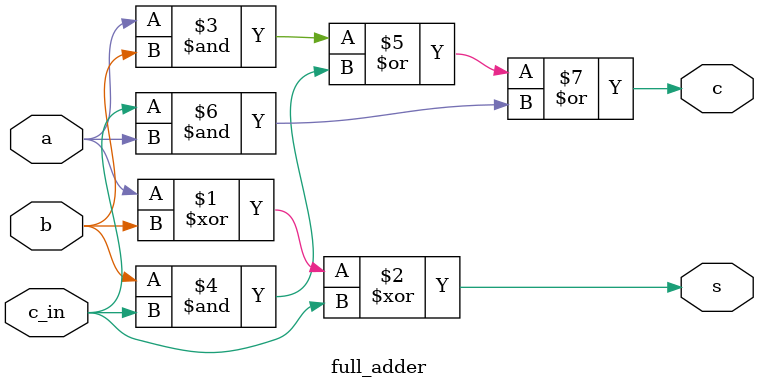
<source format=v>
module full_adder(a,b,c_in,s,c);
input a,b,c_in;
output s,c;
assign s = a^b^c_in;
assign c = (a&b)|(b&c_in)|(c_in&a);
endmodule

</source>
